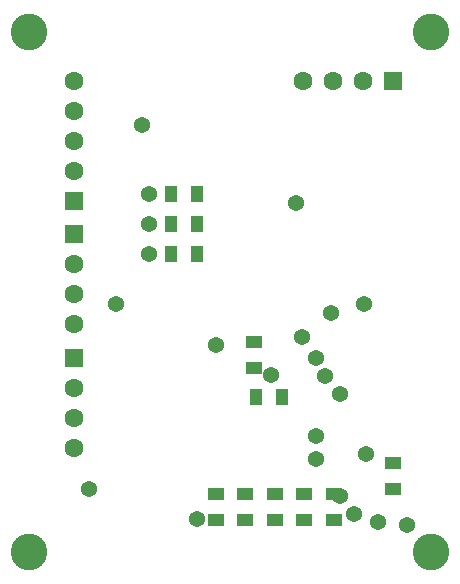
<source format=gbs>
G04*
G04 #@! TF.GenerationSoftware,Altium Limited,Altium Designer,22.7.1 (60)*
G04*
G04 Layer_Color=16711935*
%FSAX44Y44*%
%MOMM*%
G71*
G04*
G04 #@! TF.SameCoordinates,EF1B45EE-5991-4E0F-B012-367B3C428A9F*
G04*
G04*
G04 #@! TF.FilePolarity,Negative*
G04*
G01*
G75*
%ADD25R,1.4000X1.0000*%
%ADD28C,1.6000*%
%ADD29R,1.6000X1.6000*%
%ADD30R,1.6000X1.6000*%
%ADD31C,1.3700*%
%ADD32C,3.1000*%
%ADD52R,1.0000X1.4000*%
D25*
X01010370Y00725710D02*
D03*
Y00747710D02*
D03*
X00977960Y00597300D02*
D03*
Y00619300D02*
D03*
X01002960Y00597300D02*
D03*
Y00619300D02*
D03*
X01027960Y00597300D02*
D03*
Y00619300D02*
D03*
X01052960Y00597300D02*
D03*
Y00619300D02*
D03*
X01127760Y00645160D02*
D03*
Y00623160D02*
D03*
X01077960Y00597300D02*
D03*
Y00619300D02*
D03*
D28*
X01052160Y00968300D02*
D03*
X01077560D02*
D03*
X01102960D02*
D03*
X00857960Y00762500D02*
D03*
Y00787900D02*
D03*
Y00813300D02*
D03*
Y00657900D02*
D03*
Y00683300D02*
D03*
Y00708700D02*
D03*
Y00968700D02*
D03*
Y00943300D02*
D03*
Y00917900D02*
D03*
Y00892500D02*
D03*
D29*
X01128360Y00968300D02*
D03*
D30*
X00857960Y00838700D02*
D03*
Y00734100D02*
D03*
Y00867100D02*
D03*
D31*
X01051000Y00752000D02*
D03*
X01063000Y00734000D02*
D03*
X01115000Y00594870D02*
D03*
X00962000Y00598000D02*
D03*
X01046000Y00865000D02*
D03*
X01095000Y00602000D02*
D03*
X01140000Y00593000D02*
D03*
X01104900Y00652780D02*
D03*
X01083350Y00617570D02*
D03*
X01082960Y00703300D02*
D03*
X01070460Y00718970D02*
D03*
X01075690Y00772160D02*
D03*
X01103630Y00779780D02*
D03*
X00870460Y00623300D02*
D03*
X00915210Y00931050D02*
D03*
X01062960Y00648300D02*
D03*
Y00668300D02*
D03*
X00978370Y00744710D02*
D03*
X01024598Y00719938D02*
D03*
X00893370Y00779710D02*
D03*
X00921370Y00821710D02*
D03*
Y00847710D02*
D03*
Y00872710D02*
D03*
D32*
X01160000Y01010000D02*
D03*
Y00570000D02*
D03*
X00820000D02*
D03*
Y01010000D02*
D03*
D52*
X00962370Y00821710D02*
D03*
X00940370D02*
D03*
X00962370Y00847710D02*
D03*
X00940370D02*
D03*
X01012370Y00700710D02*
D03*
X01034370D02*
D03*
X00962370Y00872710D02*
D03*
X00940370D02*
D03*
M02*

</source>
